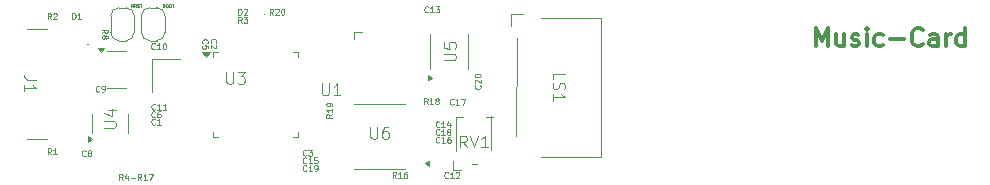
<source format=gbr>
%TF.GenerationSoftware,KiCad,Pcbnew,9.0.3*%
%TF.CreationDate,2025-09-06T00:14:13-07:00*%
%TF.ProjectId,business_card,62757369-6e65-4737-935f-636172642e6b,1.0*%
%TF.SameCoordinates,Original*%
%TF.FileFunction,Legend,Top*%
%TF.FilePolarity,Positive*%
%FSLAX46Y46*%
G04 Gerber Fmt 4.6, Leading zero omitted, Abs format (unit mm)*
G04 Created by KiCad (PCBNEW 9.0.3) date 2025-09-06 00:14:13*
%MOMM*%
%LPD*%
G01*
G04 APERTURE LIST*
%ADD10C,0.050000*%
%ADD11C,0.300000*%
%ADD12C,0.100000*%
%ADD13C,0.120000*%
G04 APERTURE END LIST*
D10*
X188417417Y-68516804D02*
X188417417Y-68266804D01*
X188417417Y-68266804D02*
X188560274Y-68516804D01*
X188560274Y-68516804D02*
X188560274Y-68266804D01*
X188822179Y-68516804D02*
X188738846Y-68397757D01*
X188679322Y-68516804D02*
X188679322Y-68266804D01*
X188679322Y-68266804D02*
X188774560Y-68266804D01*
X188774560Y-68266804D02*
X188798370Y-68278709D01*
X188798370Y-68278709D02*
X188810275Y-68290614D01*
X188810275Y-68290614D02*
X188822179Y-68314423D01*
X188822179Y-68314423D02*
X188822179Y-68350138D01*
X188822179Y-68350138D02*
X188810275Y-68373947D01*
X188810275Y-68373947D02*
X188798370Y-68385852D01*
X188798370Y-68385852D02*
X188774560Y-68397757D01*
X188774560Y-68397757D02*
X188679322Y-68397757D01*
X188917418Y-68504900D02*
X188953132Y-68516804D01*
X188953132Y-68516804D02*
X189012656Y-68516804D01*
X189012656Y-68516804D02*
X189036465Y-68504900D01*
X189036465Y-68504900D02*
X189048370Y-68492995D01*
X189048370Y-68492995D02*
X189060275Y-68469185D01*
X189060275Y-68469185D02*
X189060275Y-68445376D01*
X189060275Y-68445376D02*
X189048370Y-68421566D01*
X189048370Y-68421566D02*
X189036465Y-68409661D01*
X189036465Y-68409661D02*
X189012656Y-68397757D01*
X189012656Y-68397757D02*
X188965037Y-68385852D01*
X188965037Y-68385852D02*
X188941227Y-68373947D01*
X188941227Y-68373947D02*
X188929322Y-68362042D01*
X188929322Y-68362042D02*
X188917418Y-68338233D01*
X188917418Y-68338233D02*
X188917418Y-68314423D01*
X188917418Y-68314423D02*
X188929322Y-68290614D01*
X188929322Y-68290614D02*
X188941227Y-68278709D01*
X188941227Y-68278709D02*
X188965037Y-68266804D01*
X188965037Y-68266804D02*
X189024560Y-68266804D01*
X189024560Y-68266804D02*
X189060275Y-68278709D01*
X189131703Y-68266804D02*
X189274560Y-68266804D01*
X189203132Y-68516804D02*
X189203132Y-68266804D01*
D11*
X246404510Y-71825828D02*
X246404510Y-70325828D01*
X246404510Y-70325828D02*
X246904510Y-71397257D01*
X246904510Y-71397257D02*
X247404510Y-70325828D01*
X247404510Y-70325828D02*
X247404510Y-71825828D01*
X248761654Y-70825828D02*
X248761654Y-71825828D01*
X248118796Y-70825828D02*
X248118796Y-71611542D01*
X248118796Y-71611542D02*
X248190225Y-71754400D01*
X248190225Y-71754400D02*
X248333082Y-71825828D01*
X248333082Y-71825828D02*
X248547368Y-71825828D01*
X248547368Y-71825828D02*
X248690225Y-71754400D01*
X248690225Y-71754400D02*
X248761654Y-71682971D01*
X249404511Y-71754400D02*
X249547368Y-71825828D01*
X249547368Y-71825828D02*
X249833082Y-71825828D01*
X249833082Y-71825828D02*
X249975939Y-71754400D01*
X249975939Y-71754400D02*
X250047368Y-71611542D01*
X250047368Y-71611542D02*
X250047368Y-71540114D01*
X250047368Y-71540114D02*
X249975939Y-71397257D01*
X249975939Y-71397257D02*
X249833082Y-71325828D01*
X249833082Y-71325828D02*
X249618797Y-71325828D01*
X249618797Y-71325828D02*
X249475939Y-71254400D01*
X249475939Y-71254400D02*
X249404511Y-71111542D01*
X249404511Y-71111542D02*
X249404511Y-71040114D01*
X249404511Y-71040114D02*
X249475939Y-70897257D01*
X249475939Y-70897257D02*
X249618797Y-70825828D01*
X249618797Y-70825828D02*
X249833082Y-70825828D01*
X249833082Y-70825828D02*
X249975939Y-70897257D01*
X250690225Y-71825828D02*
X250690225Y-70825828D01*
X250690225Y-70325828D02*
X250618797Y-70397257D01*
X250618797Y-70397257D02*
X250690225Y-70468685D01*
X250690225Y-70468685D02*
X250761654Y-70397257D01*
X250761654Y-70397257D02*
X250690225Y-70325828D01*
X250690225Y-70325828D02*
X250690225Y-70468685D01*
X252047369Y-71754400D02*
X251904511Y-71825828D01*
X251904511Y-71825828D02*
X251618797Y-71825828D01*
X251618797Y-71825828D02*
X251475940Y-71754400D01*
X251475940Y-71754400D02*
X251404511Y-71682971D01*
X251404511Y-71682971D02*
X251333083Y-71540114D01*
X251333083Y-71540114D02*
X251333083Y-71111542D01*
X251333083Y-71111542D02*
X251404511Y-70968685D01*
X251404511Y-70968685D02*
X251475940Y-70897257D01*
X251475940Y-70897257D02*
X251618797Y-70825828D01*
X251618797Y-70825828D02*
X251904511Y-70825828D01*
X251904511Y-70825828D02*
X252047369Y-70897257D01*
X252690225Y-71254400D02*
X253833083Y-71254400D01*
X255404511Y-71682971D02*
X255333083Y-71754400D01*
X255333083Y-71754400D02*
X255118797Y-71825828D01*
X255118797Y-71825828D02*
X254975940Y-71825828D01*
X254975940Y-71825828D02*
X254761654Y-71754400D01*
X254761654Y-71754400D02*
X254618797Y-71611542D01*
X254618797Y-71611542D02*
X254547368Y-71468685D01*
X254547368Y-71468685D02*
X254475940Y-71182971D01*
X254475940Y-71182971D02*
X254475940Y-70968685D01*
X254475940Y-70968685D02*
X254547368Y-70682971D01*
X254547368Y-70682971D02*
X254618797Y-70540114D01*
X254618797Y-70540114D02*
X254761654Y-70397257D01*
X254761654Y-70397257D02*
X254975940Y-70325828D01*
X254975940Y-70325828D02*
X255118797Y-70325828D01*
X255118797Y-70325828D02*
X255333083Y-70397257D01*
X255333083Y-70397257D02*
X255404511Y-70468685D01*
X256690226Y-71825828D02*
X256690226Y-71040114D01*
X256690226Y-71040114D02*
X256618797Y-70897257D01*
X256618797Y-70897257D02*
X256475940Y-70825828D01*
X256475940Y-70825828D02*
X256190226Y-70825828D01*
X256190226Y-70825828D02*
X256047368Y-70897257D01*
X256690226Y-71754400D02*
X256547368Y-71825828D01*
X256547368Y-71825828D02*
X256190226Y-71825828D01*
X256190226Y-71825828D02*
X256047368Y-71754400D01*
X256047368Y-71754400D02*
X255975940Y-71611542D01*
X255975940Y-71611542D02*
X255975940Y-71468685D01*
X255975940Y-71468685D02*
X256047368Y-71325828D01*
X256047368Y-71325828D02*
X256190226Y-71254400D01*
X256190226Y-71254400D02*
X256547368Y-71254400D01*
X256547368Y-71254400D02*
X256690226Y-71182971D01*
X257404511Y-71825828D02*
X257404511Y-70825828D01*
X257404511Y-71111542D02*
X257475940Y-70968685D01*
X257475940Y-70968685D02*
X257547369Y-70897257D01*
X257547369Y-70897257D02*
X257690226Y-70825828D01*
X257690226Y-70825828D02*
X257833083Y-70825828D01*
X258975940Y-71825828D02*
X258975940Y-70325828D01*
X258975940Y-71754400D02*
X258833082Y-71825828D01*
X258833082Y-71825828D02*
X258547368Y-71825828D01*
X258547368Y-71825828D02*
X258404511Y-71754400D01*
X258404511Y-71754400D02*
X258333082Y-71682971D01*
X258333082Y-71682971D02*
X258261654Y-71540114D01*
X258261654Y-71540114D02*
X258261654Y-71111542D01*
X258261654Y-71111542D02*
X258333082Y-70968685D01*
X258333082Y-70968685D02*
X258404511Y-70897257D01*
X258404511Y-70897257D02*
X258547368Y-70825828D01*
X258547368Y-70825828D02*
X258833082Y-70825828D01*
X258833082Y-70825828D02*
X258975940Y-70897257D01*
D12*
X187670550Y-83158609D02*
X187503884Y-82920514D01*
X187384836Y-83158609D02*
X187384836Y-82658609D01*
X187384836Y-82658609D02*
X187575312Y-82658609D01*
X187575312Y-82658609D02*
X187622931Y-82682419D01*
X187622931Y-82682419D02*
X187646741Y-82706228D01*
X187646741Y-82706228D02*
X187670550Y-82753847D01*
X187670550Y-82753847D02*
X187670550Y-82825276D01*
X187670550Y-82825276D02*
X187646741Y-82872895D01*
X187646741Y-82872895D02*
X187622931Y-82896704D01*
X187622931Y-82896704D02*
X187575312Y-82920514D01*
X187575312Y-82920514D02*
X187384836Y-82920514D01*
X188099122Y-82825276D02*
X188099122Y-83158609D01*
X187980074Y-82634800D02*
X187861027Y-82991942D01*
X187861027Y-82991942D02*
X188170550Y-82991942D01*
X188361026Y-82968133D02*
X188741979Y-82968133D01*
X189265788Y-83158609D02*
X189099122Y-82920514D01*
X188980074Y-83158609D02*
X188980074Y-82658609D01*
X188980074Y-82658609D02*
X189170550Y-82658609D01*
X189170550Y-82658609D02*
X189218169Y-82682419D01*
X189218169Y-82682419D02*
X189241979Y-82706228D01*
X189241979Y-82706228D02*
X189265788Y-82753847D01*
X189265788Y-82753847D02*
X189265788Y-82825276D01*
X189265788Y-82825276D02*
X189241979Y-82872895D01*
X189241979Y-82872895D02*
X189218169Y-82896704D01*
X189218169Y-82896704D02*
X189170550Y-82920514D01*
X189170550Y-82920514D02*
X188980074Y-82920514D01*
X189741979Y-83158609D02*
X189456265Y-83158609D01*
X189599122Y-83158609D02*
X189599122Y-82658609D01*
X189599122Y-82658609D02*
X189551503Y-82730038D01*
X189551503Y-82730038D02*
X189503884Y-82777657D01*
X189503884Y-82777657D02*
X189456265Y-82801466D01*
X189908645Y-82658609D02*
X190241978Y-82658609D01*
X190241978Y-82658609D02*
X190027693Y-83158609D01*
D10*
X191175751Y-68385852D02*
X191211465Y-68397757D01*
X191211465Y-68397757D02*
X191223370Y-68409661D01*
X191223370Y-68409661D02*
X191235274Y-68433471D01*
X191235274Y-68433471D02*
X191235274Y-68469185D01*
X191235274Y-68469185D02*
X191223370Y-68492995D01*
X191223370Y-68492995D02*
X191211465Y-68504900D01*
X191211465Y-68504900D02*
X191187655Y-68516804D01*
X191187655Y-68516804D02*
X191092417Y-68516804D01*
X191092417Y-68516804D02*
X191092417Y-68266804D01*
X191092417Y-68266804D02*
X191175751Y-68266804D01*
X191175751Y-68266804D02*
X191199560Y-68278709D01*
X191199560Y-68278709D02*
X191211465Y-68290614D01*
X191211465Y-68290614D02*
X191223370Y-68314423D01*
X191223370Y-68314423D02*
X191223370Y-68338233D01*
X191223370Y-68338233D02*
X191211465Y-68362042D01*
X191211465Y-68362042D02*
X191199560Y-68373947D01*
X191199560Y-68373947D02*
X191175751Y-68385852D01*
X191175751Y-68385852D02*
X191092417Y-68385852D01*
X191390036Y-68266804D02*
X191437655Y-68266804D01*
X191437655Y-68266804D02*
X191461465Y-68278709D01*
X191461465Y-68278709D02*
X191485274Y-68302519D01*
X191485274Y-68302519D02*
X191497179Y-68350138D01*
X191497179Y-68350138D02*
X191497179Y-68433471D01*
X191497179Y-68433471D02*
X191485274Y-68481090D01*
X191485274Y-68481090D02*
X191461465Y-68504900D01*
X191461465Y-68504900D02*
X191437655Y-68516804D01*
X191437655Y-68516804D02*
X191390036Y-68516804D01*
X191390036Y-68516804D02*
X191366227Y-68504900D01*
X191366227Y-68504900D02*
X191342417Y-68481090D01*
X191342417Y-68481090D02*
X191330513Y-68433471D01*
X191330513Y-68433471D02*
X191330513Y-68350138D01*
X191330513Y-68350138D02*
X191342417Y-68302519D01*
X191342417Y-68302519D02*
X191366227Y-68278709D01*
X191366227Y-68278709D02*
X191390036Y-68266804D01*
X191651941Y-68266804D02*
X191699560Y-68266804D01*
X191699560Y-68266804D02*
X191723370Y-68278709D01*
X191723370Y-68278709D02*
X191747179Y-68302519D01*
X191747179Y-68302519D02*
X191759084Y-68350138D01*
X191759084Y-68350138D02*
X191759084Y-68433471D01*
X191759084Y-68433471D02*
X191747179Y-68481090D01*
X191747179Y-68481090D02*
X191723370Y-68504900D01*
X191723370Y-68504900D02*
X191699560Y-68516804D01*
X191699560Y-68516804D02*
X191651941Y-68516804D01*
X191651941Y-68516804D02*
X191628132Y-68504900D01*
X191628132Y-68504900D02*
X191604322Y-68481090D01*
X191604322Y-68481090D02*
X191592418Y-68433471D01*
X191592418Y-68433471D02*
X191592418Y-68350138D01*
X191592418Y-68350138D02*
X191604322Y-68302519D01*
X191604322Y-68302519D02*
X191628132Y-68278709D01*
X191628132Y-68278709D02*
X191651941Y-68266804D01*
X191830513Y-68266804D02*
X191973370Y-68266804D01*
X191901942Y-68516804D02*
X191901942Y-68266804D01*
D12*
X196463095Y-74007419D02*
X196463095Y-74816942D01*
X196463095Y-74816942D02*
X196510714Y-74912180D01*
X196510714Y-74912180D02*
X196558333Y-74959800D01*
X196558333Y-74959800D02*
X196653571Y-75007419D01*
X196653571Y-75007419D02*
X196844047Y-75007419D01*
X196844047Y-75007419D02*
X196939285Y-74959800D01*
X196939285Y-74959800D02*
X196986904Y-74912180D01*
X196986904Y-74912180D02*
X197034523Y-74816942D01*
X197034523Y-74816942D02*
X197034523Y-74007419D01*
X197415476Y-74007419D02*
X198034523Y-74007419D01*
X198034523Y-74007419D02*
X197701190Y-74388371D01*
X197701190Y-74388371D02*
X197844047Y-74388371D01*
X197844047Y-74388371D02*
X197939285Y-74435990D01*
X197939285Y-74435990D02*
X197986904Y-74483609D01*
X197986904Y-74483609D02*
X198034523Y-74578847D01*
X198034523Y-74578847D02*
X198034523Y-74816942D01*
X198034523Y-74816942D02*
X197986904Y-74912180D01*
X197986904Y-74912180D02*
X197939285Y-74959800D01*
X197939285Y-74959800D02*
X197844047Y-75007419D01*
X197844047Y-75007419D02*
X197558333Y-75007419D01*
X197558333Y-75007419D02*
X197463095Y-74959800D01*
X197463095Y-74959800D02*
X197415476Y-74912180D01*
X216804761Y-80407419D02*
X216471428Y-79931228D01*
X216233333Y-80407419D02*
X216233333Y-79407419D01*
X216233333Y-79407419D02*
X216614285Y-79407419D01*
X216614285Y-79407419D02*
X216709523Y-79455038D01*
X216709523Y-79455038D02*
X216757142Y-79502657D01*
X216757142Y-79502657D02*
X216804761Y-79597895D01*
X216804761Y-79597895D02*
X216804761Y-79740752D01*
X216804761Y-79740752D02*
X216757142Y-79835990D01*
X216757142Y-79835990D02*
X216709523Y-79883609D01*
X216709523Y-79883609D02*
X216614285Y-79931228D01*
X216614285Y-79931228D02*
X216233333Y-79931228D01*
X217090476Y-79407419D02*
X217423809Y-80407419D01*
X217423809Y-80407419D02*
X217757142Y-79407419D01*
X218614285Y-80407419D02*
X218042857Y-80407419D01*
X218328571Y-80407419D02*
X218328571Y-79407419D01*
X218328571Y-79407419D02*
X218233333Y-79550276D01*
X218233333Y-79550276D02*
X218138095Y-79645514D01*
X218138095Y-79645514D02*
X218042857Y-79693133D01*
X180342580Y-74666666D02*
X179628295Y-74666666D01*
X179628295Y-74666666D02*
X179485438Y-74619047D01*
X179485438Y-74619047D02*
X179390200Y-74523809D01*
X179390200Y-74523809D02*
X179342580Y-74380952D01*
X179342580Y-74380952D02*
X179342580Y-74285714D01*
X179342580Y-75666666D02*
X179342580Y-75095238D01*
X179342580Y-75380952D02*
X180342580Y-75380952D01*
X180342580Y-75380952D02*
X180199723Y-75285714D01*
X180199723Y-75285714D02*
X180104485Y-75190476D01*
X180104485Y-75190476D02*
X180056866Y-75095238D01*
X224107580Y-74619642D02*
X224107580Y-74143452D01*
X224107580Y-74143452D02*
X225107580Y-74143452D01*
X224155200Y-74905357D02*
X224107580Y-75048214D01*
X224107580Y-75048214D02*
X224107580Y-75286309D01*
X224107580Y-75286309D02*
X224155200Y-75381547D01*
X224155200Y-75381547D02*
X224202819Y-75429166D01*
X224202819Y-75429166D02*
X224298057Y-75476785D01*
X224298057Y-75476785D02*
X224393295Y-75476785D01*
X224393295Y-75476785D02*
X224488533Y-75429166D01*
X224488533Y-75429166D02*
X224536152Y-75381547D01*
X224536152Y-75381547D02*
X224583771Y-75286309D01*
X224583771Y-75286309D02*
X224631390Y-75095833D01*
X224631390Y-75095833D02*
X224679009Y-75000595D01*
X224679009Y-75000595D02*
X224726628Y-74952976D01*
X224726628Y-74952976D02*
X224821866Y-74905357D01*
X224821866Y-74905357D02*
X224917104Y-74905357D01*
X224917104Y-74905357D02*
X225012342Y-74952976D01*
X225012342Y-74952976D02*
X225059961Y-75000595D01*
X225059961Y-75000595D02*
X225107580Y-75095833D01*
X225107580Y-75095833D02*
X225107580Y-75333928D01*
X225107580Y-75333928D02*
X225059961Y-75476785D01*
X224107580Y-76429166D02*
X224107580Y-75857738D01*
X224107580Y-76143452D02*
X225107580Y-76143452D01*
X225107580Y-76143452D02*
X224964723Y-76048214D01*
X224964723Y-76048214D02*
X224869485Y-75952976D01*
X224869485Y-75952976D02*
X224821866Y-75857738D01*
X217953490Y-75146428D02*
X217977300Y-75170237D01*
X217977300Y-75170237D02*
X218001109Y-75241666D01*
X218001109Y-75241666D02*
X218001109Y-75289285D01*
X218001109Y-75289285D02*
X217977300Y-75360713D01*
X217977300Y-75360713D02*
X217929680Y-75408332D01*
X217929680Y-75408332D02*
X217882061Y-75432142D01*
X217882061Y-75432142D02*
X217786823Y-75455951D01*
X217786823Y-75455951D02*
X217715395Y-75455951D01*
X217715395Y-75455951D02*
X217620157Y-75432142D01*
X217620157Y-75432142D02*
X217572538Y-75408332D01*
X217572538Y-75408332D02*
X217524919Y-75360713D01*
X217524919Y-75360713D02*
X217501109Y-75289285D01*
X217501109Y-75289285D02*
X217501109Y-75241666D01*
X217501109Y-75241666D02*
X217524919Y-75170237D01*
X217524919Y-75170237D02*
X217548728Y-75146428D01*
X217548728Y-74955951D02*
X217524919Y-74932142D01*
X217524919Y-74932142D02*
X217501109Y-74884523D01*
X217501109Y-74884523D02*
X217501109Y-74765475D01*
X217501109Y-74765475D02*
X217524919Y-74717856D01*
X217524919Y-74717856D02*
X217548728Y-74694047D01*
X217548728Y-74694047D02*
X217596347Y-74670237D01*
X217596347Y-74670237D02*
X217643966Y-74670237D01*
X217643966Y-74670237D02*
X217715395Y-74694047D01*
X217715395Y-74694047D02*
X218001109Y-74979761D01*
X218001109Y-74979761D02*
X218001109Y-74670237D01*
X217501109Y-74360714D02*
X217501109Y-74313095D01*
X217501109Y-74313095D02*
X217524919Y-74265476D01*
X217524919Y-74265476D02*
X217548728Y-74241666D01*
X217548728Y-74241666D02*
X217596347Y-74217857D01*
X217596347Y-74217857D02*
X217691585Y-74194047D01*
X217691585Y-74194047D02*
X217810633Y-74194047D01*
X217810633Y-74194047D02*
X217905871Y-74217857D01*
X217905871Y-74217857D02*
X217953490Y-74241666D01*
X217953490Y-74241666D02*
X217977300Y-74265476D01*
X217977300Y-74265476D02*
X218001109Y-74313095D01*
X218001109Y-74313095D02*
X218001109Y-74360714D01*
X218001109Y-74360714D02*
X217977300Y-74408333D01*
X217977300Y-74408333D02*
X217953490Y-74432142D01*
X217953490Y-74432142D02*
X217905871Y-74455952D01*
X217905871Y-74455952D02*
X217810633Y-74479761D01*
X217810633Y-74479761D02*
X217691585Y-74479761D01*
X217691585Y-74479761D02*
X217596347Y-74455952D01*
X217596347Y-74455952D02*
X217548728Y-74432142D01*
X217548728Y-74432142D02*
X217524919Y-74408333D01*
X217524919Y-74408333D02*
X217501109Y-74360714D01*
X214503571Y-79953490D02*
X214479762Y-79977300D01*
X214479762Y-79977300D02*
X214408333Y-80001109D01*
X214408333Y-80001109D02*
X214360714Y-80001109D01*
X214360714Y-80001109D02*
X214289286Y-79977300D01*
X214289286Y-79977300D02*
X214241667Y-79929680D01*
X214241667Y-79929680D02*
X214217857Y-79882061D01*
X214217857Y-79882061D02*
X214194048Y-79786823D01*
X214194048Y-79786823D02*
X214194048Y-79715395D01*
X214194048Y-79715395D02*
X214217857Y-79620157D01*
X214217857Y-79620157D02*
X214241667Y-79572538D01*
X214241667Y-79572538D02*
X214289286Y-79524919D01*
X214289286Y-79524919D02*
X214360714Y-79501109D01*
X214360714Y-79501109D02*
X214408333Y-79501109D01*
X214408333Y-79501109D02*
X214479762Y-79524919D01*
X214479762Y-79524919D02*
X214503571Y-79548728D01*
X214979762Y-80001109D02*
X214694048Y-80001109D01*
X214836905Y-80001109D02*
X214836905Y-79501109D01*
X214836905Y-79501109D02*
X214789286Y-79572538D01*
X214789286Y-79572538D02*
X214741667Y-79620157D01*
X214741667Y-79620157D02*
X214694048Y-79643966D01*
X215408333Y-79501109D02*
X215313095Y-79501109D01*
X215313095Y-79501109D02*
X215265476Y-79524919D01*
X215265476Y-79524919D02*
X215241666Y-79548728D01*
X215241666Y-79548728D02*
X215194047Y-79620157D01*
X215194047Y-79620157D02*
X215170238Y-79715395D01*
X215170238Y-79715395D02*
X215170238Y-79905871D01*
X215170238Y-79905871D02*
X215194047Y-79953490D01*
X215194047Y-79953490D02*
X215217857Y-79977300D01*
X215217857Y-79977300D02*
X215265476Y-80001109D01*
X215265476Y-80001109D02*
X215360714Y-80001109D01*
X215360714Y-80001109D02*
X215408333Y-79977300D01*
X215408333Y-79977300D02*
X215432142Y-79953490D01*
X215432142Y-79953490D02*
X215455952Y-79905871D01*
X215455952Y-79905871D02*
X215455952Y-79786823D01*
X215455952Y-79786823D02*
X215432142Y-79739204D01*
X215432142Y-79739204D02*
X215408333Y-79715395D01*
X215408333Y-79715395D02*
X215360714Y-79691585D01*
X215360714Y-79691585D02*
X215265476Y-79691585D01*
X215265476Y-79691585D02*
X215217857Y-79715395D01*
X215217857Y-79715395D02*
X215194047Y-79739204D01*
X215194047Y-79739204D02*
X215170238Y-79786823D01*
X186107419Y-78736904D02*
X186916942Y-78736904D01*
X186916942Y-78736904D02*
X187012180Y-78689285D01*
X187012180Y-78689285D02*
X187059800Y-78641666D01*
X187059800Y-78641666D02*
X187107419Y-78546428D01*
X187107419Y-78546428D02*
X187107419Y-78355952D01*
X187107419Y-78355952D02*
X187059800Y-78260714D01*
X187059800Y-78260714D02*
X187012180Y-78213095D01*
X187012180Y-78213095D02*
X186916942Y-78165476D01*
X186916942Y-78165476D02*
X186107419Y-78165476D01*
X186440752Y-77260714D02*
X187107419Y-77260714D01*
X186059800Y-77498809D02*
X186774085Y-77736904D01*
X186774085Y-77736904D02*
X186774085Y-77117857D01*
X214478571Y-79303490D02*
X214454762Y-79327300D01*
X214454762Y-79327300D02*
X214383333Y-79351109D01*
X214383333Y-79351109D02*
X214335714Y-79351109D01*
X214335714Y-79351109D02*
X214264286Y-79327300D01*
X214264286Y-79327300D02*
X214216667Y-79279680D01*
X214216667Y-79279680D02*
X214192857Y-79232061D01*
X214192857Y-79232061D02*
X214169048Y-79136823D01*
X214169048Y-79136823D02*
X214169048Y-79065395D01*
X214169048Y-79065395D02*
X214192857Y-78970157D01*
X214192857Y-78970157D02*
X214216667Y-78922538D01*
X214216667Y-78922538D02*
X214264286Y-78874919D01*
X214264286Y-78874919D02*
X214335714Y-78851109D01*
X214335714Y-78851109D02*
X214383333Y-78851109D01*
X214383333Y-78851109D02*
X214454762Y-78874919D01*
X214454762Y-78874919D02*
X214478571Y-78898728D01*
X214954762Y-79351109D02*
X214669048Y-79351109D01*
X214811905Y-79351109D02*
X214811905Y-78851109D01*
X214811905Y-78851109D02*
X214764286Y-78922538D01*
X214764286Y-78922538D02*
X214716667Y-78970157D01*
X214716667Y-78970157D02*
X214669048Y-78993966D01*
X215240476Y-79065395D02*
X215192857Y-79041585D01*
X215192857Y-79041585D02*
X215169047Y-79017776D01*
X215169047Y-79017776D02*
X215145238Y-78970157D01*
X215145238Y-78970157D02*
X215145238Y-78946347D01*
X215145238Y-78946347D02*
X215169047Y-78898728D01*
X215169047Y-78898728D02*
X215192857Y-78874919D01*
X215192857Y-78874919D02*
X215240476Y-78851109D01*
X215240476Y-78851109D02*
X215335714Y-78851109D01*
X215335714Y-78851109D02*
X215383333Y-78874919D01*
X215383333Y-78874919D02*
X215407142Y-78898728D01*
X215407142Y-78898728D02*
X215430952Y-78946347D01*
X215430952Y-78946347D02*
X215430952Y-78970157D01*
X215430952Y-78970157D02*
X215407142Y-79017776D01*
X215407142Y-79017776D02*
X215383333Y-79041585D01*
X215383333Y-79041585D02*
X215335714Y-79065395D01*
X215335714Y-79065395D02*
X215240476Y-79065395D01*
X215240476Y-79065395D02*
X215192857Y-79089204D01*
X215192857Y-79089204D02*
X215169047Y-79113014D01*
X215169047Y-79113014D02*
X215145238Y-79160633D01*
X215145238Y-79160633D02*
X215145238Y-79255871D01*
X215145238Y-79255871D02*
X215169047Y-79303490D01*
X215169047Y-79303490D02*
X215192857Y-79327300D01*
X215192857Y-79327300D02*
X215240476Y-79351109D01*
X215240476Y-79351109D02*
X215335714Y-79351109D01*
X215335714Y-79351109D02*
X215383333Y-79327300D01*
X215383333Y-79327300D02*
X215407142Y-79303490D01*
X215407142Y-79303490D02*
X215430952Y-79255871D01*
X215430952Y-79255871D02*
X215430952Y-79160633D01*
X215430952Y-79160633D02*
X215407142Y-79113014D01*
X215407142Y-79113014D02*
X215383333Y-79089204D01*
X215383333Y-79089204D02*
X215335714Y-79065395D01*
X200428571Y-69151109D02*
X200261905Y-68913014D01*
X200142857Y-69151109D02*
X200142857Y-68651109D01*
X200142857Y-68651109D02*
X200333333Y-68651109D01*
X200333333Y-68651109D02*
X200380952Y-68674919D01*
X200380952Y-68674919D02*
X200404762Y-68698728D01*
X200404762Y-68698728D02*
X200428571Y-68746347D01*
X200428571Y-68746347D02*
X200428571Y-68817776D01*
X200428571Y-68817776D02*
X200404762Y-68865395D01*
X200404762Y-68865395D02*
X200380952Y-68889204D01*
X200380952Y-68889204D02*
X200333333Y-68913014D01*
X200333333Y-68913014D02*
X200142857Y-68913014D01*
X200619048Y-68698728D02*
X200642857Y-68674919D01*
X200642857Y-68674919D02*
X200690476Y-68651109D01*
X200690476Y-68651109D02*
X200809524Y-68651109D01*
X200809524Y-68651109D02*
X200857143Y-68674919D01*
X200857143Y-68674919D02*
X200880952Y-68698728D01*
X200880952Y-68698728D02*
X200904762Y-68746347D01*
X200904762Y-68746347D02*
X200904762Y-68793966D01*
X200904762Y-68793966D02*
X200880952Y-68865395D01*
X200880952Y-68865395D02*
X200595238Y-69151109D01*
X200595238Y-69151109D02*
X200904762Y-69151109D01*
X201214285Y-68651109D02*
X201261904Y-68651109D01*
X201261904Y-68651109D02*
X201309523Y-68674919D01*
X201309523Y-68674919D02*
X201333333Y-68698728D01*
X201333333Y-68698728D02*
X201357142Y-68746347D01*
X201357142Y-68746347D02*
X201380952Y-68841585D01*
X201380952Y-68841585D02*
X201380952Y-68960633D01*
X201380952Y-68960633D02*
X201357142Y-69055871D01*
X201357142Y-69055871D02*
X201333333Y-69103490D01*
X201333333Y-69103490D02*
X201309523Y-69127300D01*
X201309523Y-69127300D02*
X201261904Y-69151109D01*
X201261904Y-69151109D02*
X201214285Y-69151109D01*
X201214285Y-69151109D02*
X201166666Y-69127300D01*
X201166666Y-69127300D02*
X201142857Y-69103490D01*
X201142857Y-69103490D02*
X201119047Y-69055871D01*
X201119047Y-69055871D02*
X201095238Y-68960633D01*
X201095238Y-68960633D02*
X201095238Y-68841585D01*
X201095238Y-68841585D02*
X201119047Y-68746347D01*
X201119047Y-68746347D02*
X201142857Y-68698728D01*
X201142857Y-68698728D02*
X201166666Y-68674919D01*
X201166666Y-68674919D02*
X201214285Y-68651109D01*
X184539166Y-81090990D02*
X184515357Y-81114800D01*
X184515357Y-81114800D02*
X184443928Y-81138609D01*
X184443928Y-81138609D02*
X184396309Y-81138609D01*
X184396309Y-81138609D02*
X184324881Y-81114800D01*
X184324881Y-81114800D02*
X184277262Y-81067180D01*
X184277262Y-81067180D02*
X184253452Y-81019561D01*
X184253452Y-81019561D02*
X184229643Y-80924323D01*
X184229643Y-80924323D02*
X184229643Y-80852895D01*
X184229643Y-80852895D02*
X184253452Y-80757657D01*
X184253452Y-80757657D02*
X184277262Y-80710038D01*
X184277262Y-80710038D02*
X184324881Y-80662419D01*
X184324881Y-80662419D02*
X184396309Y-80638609D01*
X184396309Y-80638609D02*
X184443928Y-80638609D01*
X184443928Y-80638609D02*
X184515357Y-80662419D01*
X184515357Y-80662419D02*
X184539166Y-80686228D01*
X184824881Y-80852895D02*
X184777262Y-80829085D01*
X184777262Y-80829085D02*
X184753452Y-80805276D01*
X184753452Y-80805276D02*
X184729643Y-80757657D01*
X184729643Y-80757657D02*
X184729643Y-80733847D01*
X184729643Y-80733847D02*
X184753452Y-80686228D01*
X184753452Y-80686228D02*
X184777262Y-80662419D01*
X184777262Y-80662419D02*
X184824881Y-80638609D01*
X184824881Y-80638609D02*
X184920119Y-80638609D01*
X184920119Y-80638609D02*
X184967738Y-80662419D01*
X184967738Y-80662419D02*
X184991547Y-80686228D01*
X184991547Y-80686228D02*
X185015357Y-80733847D01*
X185015357Y-80733847D02*
X185015357Y-80757657D01*
X185015357Y-80757657D02*
X184991547Y-80805276D01*
X184991547Y-80805276D02*
X184967738Y-80829085D01*
X184967738Y-80829085D02*
X184920119Y-80852895D01*
X184920119Y-80852895D02*
X184824881Y-80852895D01*
X184824881Y-80852895D02*
X184777262Y-80876704D01*
X184777262Y-80876704D02*
X184753452Y-80900514D01*
X184753452Y-80900514D02*
X184729643Y-80948133D01*
X184729643Y-80948133D02*
X184729643Y-81043371D01*
X184729643Y-81043371D02*
X184753452Y-81090990D01*
X184753452Y-81090990D02*
X184777262Y-81114800D01*
X184777262Y-81114800D02*
X184824881Y-81138609D01*
X184824881Y-81138609D02*
X184920119Y-81138609D01*
X184920119Y-81138609D02*
X184967738Y-81114800D01*
X184967738Y-81114800D02*
X184991547Y-81090990D01*
X184991547Y-81090990D02*
X185015357Y-81043371D01*
X185015357Y-81043371D02*
X185015357Y-80948133D01*
X185015357Y-80948133D02*
X184991547Y-80900514D01*
X184991547Y-80900514D02*
X184967738Y-80876704D01*
X184967738Y-80876704D02*
X184920119Y-80852895D01*
X190416666Y-78428490D02*
X190392857Y-78452300D01*
X190392857Y-78452300D02*
X190321428Y-78476109D01*
X190321428Y-78476109D02*
X190273809Y-78476109D01*
X190273809Y-78476109D02*
X190202381Y-78452300D01*
X190202381Y-78452300D02*
X190154762Y-78404680D01*
X190154762Y-78404680D02*
X190130952Y-78357061D01*
X190130952Y-78357061D02*
X190107143Y-78261823D01*
X190107143Y-78261823D02*
X190107143Y-78190395D01*
X190107143Y-78190395D02*
X190130952Y-78095157D01*
X190130952Y-78095157D02*
X190154762Y-78047538D01*
X190154762Y-78047538D02*
X190202381Y-77999919D01*
X190202381Y-77999919D02*
X190273809Y-77976109D01*
X190273809Y-77976109D02*
X190321428Y-77976109D01*
X190321428Y-77976109D02*
X190392857Y-77999919D01*
X190392857Y-77999919D02*
X190416666Y-78023728D01*
X190892857Y-78476109D02*
X190607143Y-78476109D01*
X190750000Y-78476109D02*
X190750000Y-77976109D01*
X190750000Y-77976109D02*
X190702381Y-78047538D01*
X190702381Y-78047538D02*
X190654762Y-78095157D01*
X190654762Y-78095157D02*
X190607143Y-78118966D01*
X190428571Y-77153490D02*
X190404762Y-77177300D01*
X190404762Y-77177300D02*
X190333333Y-77201109D01*
X190333333Y-77201109D02*
X190285714Y-77201109D01*
X190285714Y-77201109D02*
X190214286Y-77177300D01*
X190214286Y-77177300D02*
X190166667Y-77129680D01*
X190166667Y-77129680D02*
X190142857Y-77082061D01*
X190142857Y-77082061D02*
X190119048Y-76986823D01*
X190119048Y-76986823D02*
X190119048Y-76915395D01*
X190119048Y-76915395D02*
X190142857Y-76820157D01*
X190142857Y-76820157D02*
X190166667Y-76772538D01*
X190166667Y-76772538D02*
X190214286Y-76724919D01*
X190214286Y-76724919D02*
X190285714Y-76701109D01*
X190285714Y-76701109D02*
X190333333Y-76701109D01*
X190333333Y-76701109D02*
X190404762Y-76724919D01*
X190404762Y-76724919D02*
X190428571Y-76748728D01*
X190904762Y-77201109D02*
X190619048Y-77201109D01*
X190761905Y-77201109D02*
X190761905Y-76701109D01*
X190761905Y-76701109D02*
X190714286Y-76772538D01*
X190714286Y-76772538D02*
X190666667Y-76820157D01*
X190666667Y-76820157D02*
X190619048Y-76843966D01*
X191380952Y-77201109D02*
X191095238Y-77201109D01*
X191238095Y-77201109D02*
X191238095Y-76701109D01*
X191238095Y-76701109D02*
X191190476Y-76772538D01*
X191190476Y-76772538D02*
X191142857Y-76820157D01*
X191142857Y-76820157D02*
X191095238Y-76843966D01*
X190416666Y-77803490D02*
X190392857Y-77827300D01*
X190392857Y-77827300D02*
X190321428Y-77851109D01*
X190321428Y-77851109D02*
X190273809Y-77851109D01*
X190273809Y-77851109D02*
X190202381Y-77827300D01*
X190202381Y-77827300D02*
X190154762Y-77779680D01*
X190154762Y-77779680D02*
X190130952Y-77732061D01*
X190130952Y-77732061D02*
X190107143Y-77636823D01*
X190107143Y-77636823D02*
X190107143Y-77565395D01*
X190107143Y-77565395D02*
X190130952Y-77470157D01*
X190130952Y-77470157D02*
X190154762Y-77422538D01*
X190154762Y-77422538D02*
X190202381Y-77374919D01*
X190202381Y-77374919D02*
X190273809Y-77351109D01*
X190273809Y-77351109D02*
X190321428Y-77351109D01*
X190321428Y-77351109D02*
X190392857Y-77374919D01*
X190392857Y-77374919D02*
X190416666Y-77398728D01*
X190845238Y-77351109D02*
X190750000Y-77351109D01*
X190750000Y-77351109D02*
X190702381Y-77374919D01*
X190702381Y-77374919D02*
X190678571Y-77398728D01*
X190678571Y-77398728D02*
X190630952Y-77470157D01*
X190630952Y-77470157D02*
X190607143Y-77565395D01*
X190607143Y-77565395D02*
X190607143Y-77755871D01*
X190607143Y-77755871D02*
X190630952Y-77803490D01*
X190630952Y-77803490D02*
X190654762Y-77827300D01*
X190654762Y-77827300D02*
X190702381Y-77851109D01*
X190702381Y-77851109D02*
X190797619Y-77851109D01*
X190797619Y-77851109D02*
X190845238Y-77827300D01*
X190845238Y-77827300D02*
X190869047Y-77803490D01*
X190869047Y-77803490D02*
X190892857Y-77755871D01*
X190892857Y-77755871D02*
X190892857Y-77636823D01*
X190892857Y-77636823D02*
X190869047Y-77589204D01*
X190869047Y-77589204D02*
X190845238Y-77565395D01*
X190845238Y-77565395D02*
X190797619Y-77541585D01*
X190797619Y-77541585D02*
X190702381Y-77541585D01*
X190702381Y-77541585D02*
X190654762Y-77565395D01*
X190654762Y-77565395D02*
X190630952Y-77589204D01*
X190630952Y-77589204D02*
X190607143Y-77636823D01*
X185691666Y-75628490D02*
X185667857Y-75652300D01*
X185667857Y-75652300D02*
X185596428Y-75676109D01*
X185596428Y-75676109D02*
X185548809Y-75676109D01*
X185548809Y-75676109D02*
X185477381Y-75652300D01*
X185477381Y-75652300D02*
X185429762Y-75604680D01*
X185429762Y-75604680D02*
X185405952Y-75557061D01*
X185405952Y-75557061D02*
X185382143Y-75461823D01*
X185382143Y-75461823D02*
X185382143Y-75390395D01*
X185382143Y-75390395D02*
X185405952Y-75295157D01*
X185405952Y-75295157D02*
X185429762Y-75247538D01*
X185429762Y-75247538D02*
X185477381Y-75199919D01*
X185477381Y-75199919D02*
X185548809Y-75176109D01*
X185548809Y-75176109D02*
X185596428Y-75176109D01*
X185596428Y-75176109D02*
X185667857Y-75199919D01*
X185667857Y-75199919D02*
X185691666Y-75223728D01*
X185929762Y-75676109D02*
X186025000Y-75676109D01*
X186025000Y-75676109D02*
X186072619Y-75652300D01*
X186072619Y-75652300D02*
X186096428Y-75628490D01*
X186096428Y-75628490D02*
X186144047Y-75557061D01*
X186144047Y-75557061D02*
X186167857Y-75461823D01*
X186167857Y-75461823D02*
X186167857Y-75271347D01*
X186167857Y-75271347D02*
X186144047Y-75223728D01*
X186144047Y-75223728D02*
X186120238Y-75199919D01*
X186120238Y-75199919D02*
X186072619Y-75176109D01*
X186072619Y-75176109D02*
X185977381Y-75176109D01*
X185977381Y-75176109D02*
X185929762Y-75199919D01*
X185929762Y-75199919D02*
X185905952Y-75223728D01*
X185905952Y-75223728D02*
X185882143Y-75271347D01*
X185882143Y-75271347D02*
X185882143Y-75390395D01*
X185882143Y-75390395D02*
X185905952Y-75438014D01*
X185905952Y-75438014D02*
X185929762Y-75461823D01*
X185929762Y-75461823D02*
X185977381Y-75485633D01*
X185977381Y-75485633D02*
X186072619Y-75485633D01*
X186072619Y-75485633D02*
X186120238Y-75461823D01*
X186120238Y-75461823D02*
X186144047Y-75438014D01*
X186144047Y-75438014D02*
X186167857Y-75390395D01*
X205426109Y-77596428D02*
X205188014Y-77763094D01*
X205426109Y-77882142D02*
X204926109Y-77882142D01*
X204926109Y-77882142D02*
X204926109Y-77691666D01*
X204926109Y-77691666D02*
X204949919Y-77644047D01*
X204949919Y-77644047D02*
X204973728Y-77620237D01*
X204973728Y-77620237D02*
X205021347Y-77596428D01*
X205021347Y-77596428D02*
X205092776Y-77596428D01*
X205092776Y-77596428D02*
X205140395Y-77620237D01*
X205140395Y-77620237D02*
X205164204Y-77644047D01*
X205164204Y-77644047D02*
X205188014Y-77691666D01*
X205188014Y-77691666D02*
X205188014Y-77882142D01*
X205426109Y-77120237D02*
X205426109Y-77405951D01*
X205426109Y-77263094D02*
X204926109Y-77263094D01*
X204926109Y-77263094D02*
X204997538Y-77310713D01*
X204997538Y-77310713D02*
X205045157Y-77358332D01*
X205045157Y-77358332D02*
X205068966Y-77405951D01*
X205426109Y-76882142D02*
X205426109Y-76786904D01*
X205426109Y-76786904D02*
X205402300Y-76739285D01*
X205402300Y-76739285D02*
X205378490Y-76715476D01*
X205378490Y-76715476D02*
X205307061Y-76667857D01*
X205307061Y-76667857D02*
X205211823Y-76644047D01*
X205211823Y-76644047D02*
X205021347Y-76644047D01*
X205021347Y-76644047D02*
X204973728Y-76667857D01*
X204973728Y-76667857D02*
X204949919Y-76691666D01*
X204949919Y-76691666D02*
X204926109Y-76739285D01*
X204926109Y-76739285D02*
X204926109Y-76834523D01*
X204926109Y-76834523D02*
X204949919Y-76882142D01*
X204949919Y-76882142D02*
X204973728Y-76905952D01*
X204973728Y-76905952D02*
X205021347Y-76929761D01*
X205021347Y-76929761D02*
X205140395Y-76929761D01*
X205140395Y-76929761D02*
X205188014Y-76905952D01*
X205188014Y-76905952D02*
X205211823Y-76882142D01*
X205211823Y-76882142D02*
X205235633Y-76834523D01*
X205235633Y-76834523D02*
X205235633Y-76739285D01*
X205235633Y-76739285D02*
X205211823Y-76691666D01*
X205211823Y-76691666D02*
X205188014Y-76667857D01*
X205188014Y-76667857D02*
X205140395Y-76644047D01*
X203228571Y-81703490D02*
X203204762Y-81727300D01*
X203204762Y-81727300D02*
X203133333Y-81751109D01*
X203133333Y-81751109D02*
X203085714Y-81751109D01*
X203085714Y-81751109D02*
X203014286Y-81727300D01*
X203014286Y-81727300D02*
X202966667Y-81679680D01*
X202966667Y-81679680D02*
X202942857Y-81632061D01*
X202942857Y-81632061D02*
X202919048Y-81536823D01*
X202919048Y-81536823D02*
X202919048Y-81465395D01*
X202919048Y-81465395D02*
X202942857Y-81370157D01*
X202942857Y-81370157D02*
X202966667Y-81322538D01*
X202966667Y-81322538D02*
X203014286Y-81274919D01*
X203014286Y-81274919D02*
X203085714Y-81251109D01*
X203085714Y-81251109D02*
X203133333Y-81251109D01*
X203133333Y-81251109D02*
X203204762Y-81274919D01*
X203204762Y-81274919D02*
X203228571Y-81298728D01*
X203704762Y-81751109D02*
X203419048Y-81751109D01*
X203561905Y-81751109D02*
X203561905Y-81251109D01*
X203561905Y-81251109D02*
X203514286Y-81322538D01*
X203514286Y-81322538D02*
X203466667Y-81370157D01*
X203466667Y-81370157D02*
X203419048Y-81393966D01*
X204157142Y-81251109D02*
X203919047Y-81251109D01*
X203919047Y-81251109D02*
X203895238Y-81489204D01*
X203895238Y-81489204D02*
X203919047Y-81465395D01*
X203919047Y-81465395D02*
X203966666Y-81441585D01*
X203966666Y-81441585D02*
X204085714Y-81441585D01*
X204085714Y-81441585D02*
X204133333Y-81465395D01*
X204133333Y-81465395D02*
X204157142Y-81489204D01*
X204157142Y-81489204D02*
X204180952Y-81536823D01*
X204180952Y-81536823D02*
X204180952Y-81655871D01*
X204180952Y-81655871D02*
X204157142Y-81703490D01*
X204157142Y-81703490D02*
X204133333Y-81727300D01*
X204133333Y-81727300D02*
X204085714Y-81751109D01*
X204085714Y-81751109D02*
X203966666Y-81751109D01*
X203966666Y-81751109D02*
X203919047Y-81727300D01*
X203919047Y-81727300D02*
X203895238Y-81703490D01*
X203241666Y-81053490D02*
X203217857Y-81077300D01*
X203217857Y-81077300D02*
X203146428Y-81101109D01*
X203146428Y-81101109D02*
X203098809Y-81101109D01*
X203098809Y-81101109D02*
X203027381Y-81077300D01*
X203027381Y-81077300D02*
X202979762Y-81029680D01*
X202979762Y-81029680D02*
X202955952Y-80982061D01*
X202955952Y-80982061D02*
X202932143Y-80886823D01*
X202932143Y-80886823D02*
X202932143Y-80815395D01*
X202932143Y-80815395D02*
X202955952Y-80720157D01*
X202955952Y-80720157D02*
X202979762Y-80672538D01*
X202979762Y-80672538D02*
X203027381Y-80624919D01*
X203027381Y-80624919D02*
X203098809Y-80601109D01*
X203098809Y-80601109D02*
X203146428Y-80601109D01*
X203146428Y-80601109D02*
X203217857Y-80624919D01*
X203217857Y-80624919D02*
X203241666Y-80648728D01*
X203408333Y-80601109D02*
X203717857Y-80601109D01*
X203717857Y-80601109D02*
X203551190Y-80791585D01*
X203551190Y-80791585D02*
X203622619Y-80791585D01*
X203622619Y-80791585D02*
X203670238Y-80815395D01*
X203670238Y-80815395D02*
X203694047Y-80839204D01*
X203694047Y-80839204D02*
X203717857Y-80886823D01*
X203717857Y-80886823D02*
X203717857Y-81005871D01*
X203717857Y-81005871D02*
X203694047Y-81053490D01*
X203694047Y-81053490D02*
X203670238Y-81077300D01*
X203670238Y-81077300D02*
X203622619Y-81101109D01*
X203622619Y-81101109D02*
X203479762Y-81101109D01*
X203479762Y-81101109D02*
X203432143Y-81077300D01*
X203432143Y-81077300D02*
X203408333Y-81053490D01*
X208655595Y-78659919D02*
X208655595Y-79469442D01*
X208655595Y-79469442D02*
X208703214Y-79564680D01*
X208703214Y-79564680D02*
X208750833Y-79612300D01*
X208750833Y-79612300D02*
X208846071Y-79659919D01*
X208846071Y-79659919D02*
X209036547Y-79659919D01*
X209036547Y-79659919D02*
X209131785Y-79612300D01*
X209131785Y-79612300D02*
X209179404Y-79564680D01*
X209179404Y-79564680D02*
X209227023Y-79469442D01*
X209227023Y-79469442D02*
X209227023Y-78659919D01*
X210131785Y-78659919D02*
X209941309Y-78659919D01*
X209941309Y-78659919D02*
X209846071Y-78707538D01*
X209846071Y-78707538D02*
X209798452Y-78755157D01*
X209798452Y-78755157D02*
X209703214Y-78898014D01*
X209703214Y-78898014D02*
X209655595Y-79088490D01*
X209655595Y-79088490D02*
X209655595Y-79469442D01*
X209655595Y-79469442D02*
X209703214Y-79564680D01*
X209703214Y-79564680D02*
X209750833Y-79612300D01*
X209750833Y-79612300D02*
X209846071Y-79659919D01*
X209846071Y-79659919D02*
X210036547Y-79659919D01*
X210036547Y-79659919D02*
X210131785Y-79612300D01*
X210131785Y-79612300D02*
X210179404Y-79564680D01*
X210179404Y-79564680D02*
X210227023Y-79469442D01*
X210227023Y-79469442D02*
X210227023Y-79231347D01*
X210227023Y-79231347D02*
X210179404Y-79136109D01*
X210179404Y-79136109D02*
X210131785Y-79088490D01*
X210131785Y-79088490D02*
X210036547Y-79040871D01*
X210036547Y-79040871D02*
X209846071Y-79040871D01*
X209846071Y-79040871D02*
X209750833Y-79088490D01*
X209750833Y-79088490D02*
X209703214Y-79136109D01*
X209703214Y-79136109D02*
X209655595Y-79231347D01*
X214907419Y-73036904D02*
X215716942Y-73036904D01*
X215716942Y-73036904D02*
X215812180Y-72989285D01*
X215812180Y-72989285D02*
X215859800Y-72941666D01*
X215859800Y-72941666D02*
X215907419Y-72846428D01*
X215907419Y-72846428D02*
X215907419Y-72655952D01*
X215907419Y-72655952D02*
X215859800Y-72560714D01*
X215859800Y-72560714D02*
X215812180Y-72513095D01*
X215812180Y-72513095D02*
X215716942Y-72465476D01*
X215716942Y-72465476D02*
X214907419Y-72465476D01*
X214907419Y-71513095D02*
X214907419Y-71989285D01*
X214907419Y-71989285D02*
X215383609Y-72036904D01*
X215383609Y-72036904D02*
X215335990Y-71989285D01*
X215335990Y-71989285D02*
X215288371Y-71894047D01*
X215288371Y-71894047D02*
X215288371Y-71655952D01*
X215288371Y-71655952D02*
X215335990Y-71560714D01*
X215335990Y-71560714D02*
X215383609Y-71513095D01*
X215383609Y-71513095D02*
X215478847Y-71465476D01*
X215478847Y-71465476D02*
X215716942Y-71465476D01*
X215716942Y-71465476D02*
X215812180Y-71513095D01*
X215812180Y-71513095D02*
X215859800Y-71560714D01*
X215859800Y-71560714D02*
X215907419Y-71655952D01*
X215907419Y-71655952D02*
X215907419Y-71894047D01*
X215907419Y-71894047D02*
X215859800Y-71989285D01*
X215859800Y-71989285D02*
X215812180Y-72036904D01*
X194446509Y-71566666D02*
X194422700Y-71542857D01*
X194422700Y-71542857D02*
X194398890Y-71471428D01*
X194398890Y-71471428D02*
X194398890Y-71423809D01*
X194398890Y-71423809D02*
X194422700Y-71352381D01*
X194422700Y-71352381D02*
X194470319Y-71304762D01*
X194470319Y-71304762D02*
X194517938Y-71280952D01*
X194517938Y-71280952D02*
X194613176Y-71257143D01*
X194613176Y-71257143D02*
X194684604Y-71257143D01*
X194684604Y-71257143D02*
X194779842Y-71280952D01*
X194779842Y-71280952D02*
X194827461Y-71304762D01*
X194827461Y-71304762D02*
X194875080Y-71352381D01*
X194875080Y-71352381D02*
X194898890Y-71423809D01*
X194898890Y-71423809D02*
X194898890Y-71471428D01*
X194898890Y-71471428D02*
X194875080Y-71542857D01*
X194875080Y-71542857D02*
X194851271Y-71566666D01*
X194898890Y-72019047D02*
X194898890Y-71780952D01*
X194898890Y-71780952D02*
X194660795Y-71757143D01*
X194660795Y-71757143D02*
X194684604Y-71780952D01*
X194684604Y-71780952D02*
X194708414Y-71828571D01*
X194708414Y-71828571D02*
X194708414Y-71947619D01*
X194708414Y-71947619D02*
X194684604Y-71995238D01*
X194684604Y-71995238D02*
X194660795Y-72019047D01*
X194660795Y-72019047D02*
X194613176Y-72042857D01*
X194613176Y-72042857D02*
X194494128Y-72042857D01*
X194494128Y-72042857D02*
X194446509Y-72019047D01*
X194446509Y-72019047D02*
X194422700Y-71995238D01*
X194422700Y-71995238D02*
X194398890Y-71947619D01*
X194398890Y-71947619D02*
X194398890Y-71828571D01*
X194398890Y-71828571D02*
X194422700Y-71780952D01*
X194422700Y-71780952D02*
X194446509Y-71757143D01*
X214478571Y-78653490D02*
X214454762Y-78677300D01*
X214454762Y-78677300D02*
X214383333Y-78701109D01*
X214383333Y-78701109D02*
X214335714Y-78701109D01*
X214335714Y-78701109D02*
X214264286Y-78677300D01*
X214264286Y-78677300D02*
X214216667Y-78629680D01*
X214216667Y-78629680D02*
X214192857Y-78582061D01*
X214192857Y-78582061D02*
X214169048Y-78486823D01*
X214169048Y-78486823D02*
X214169048Y-78415395D01*
X214169048Y-78415395D02*
X214192857Y-78320157D01*
X214192857Y-78320157D02*
X214216667Y-78272538D01*
X214216667Y-78272538D02*
X214264286Y-78224919D01*
X214264286Y-78224919D02*
X214335714Y-78201109D01*
X214335714Y-78201109D02*
X214383333Y-78201109D01*
X214383333Y-78201109D02*
X214454762Y-78224919D01*
X214454762Y-78224919D02*
X214478571Y-78248728D01*
X214954762Y-78701109D02*
X214669048Y-78701109D01*
X214811905Y-78701109D02*
X214811905Y-78201109D01*
X214811905Y-78201109D02*
X214764286Y-78272538D01*
X214764286Y-78272538D02*
X214716667Y-78320157D01*
X214716667Y-78320157D02*
X214669048Y-78343966D01*
X215383333Y-78367776D02*
X215383333Y-78701109D01*
X215264285Y-78177300D02*
X215145238Y-78534442D01*
X215145238Y-78534442D02*
X215454761Y-78534442D01*
X181616666Y-69551109D02*
X181450000Y-69313014D01*
X181330952Y-69551109D02*
X181330952Y-69051109D01*
X181330952Y-69051109D02*
X181521428Y-69051109D01*
X181521428Y-69051109D02*
X181569047Y-69074919D01*
X181569047Y-69074919D02*
X181592857Y-69098728D01*
X181592857Y-69098728D02*
X181616666Y-69146347D01*
X181616666Y-69146347D02*
X181616666Y-69217776D01*
X181616666Y-69217776D02*
X181592857Y-69265395D01*
X181592857Y-69265395D02*
X181569047Y-69289204D01*
X181569047Y-69289204D02*
X181521428Y-69313014D01*
X181521428Y-69313014D02*
X181330952Y-69313014D01*
X181807143Y-69098728D02*
X181830952Y-69074919D01*
X181830952Y-69074919D02*
X181878571Y-69051109D01*
X181878571Y-69051109D02*
X181997619Y-69051109D01*
X181997619Y-69051109D02*
X182045238Y-69074919D01*
X182045238Y-69074919D02*
X182069047Y-69098728D01*
X182069047Y-69098728D02*
X182092857Y-69146347D01*
X182092857Y-69146347D02*
X182092857Y-69193966D01*
X182092857Y-69193966D02*
X182069047Y-69265395D01*
X182069047Y-69265395D02*
X181783333Y-69551109D01*
X181783333Y-69551109D02*
X182092857Y-69551109D01*
X204553095Y-74969919D02*
X204553095Y-75779442D01*
X204553095Y-75779442D02*
X204600714Y-75874680D01*
X204600714Y-75874680D02*
X204648333Y-75922300D01*
X204648333Y-75922300D02*
X204743571Y-75969919D01*
X204743571Y-75969919D02*
X204934047Y-75969919D01*
X204934047Y-75969919D02*
X205029285Y-75922300D01*
X205029285Y-75922300D02*
X205076904Y-75874680D01*
X205076904Y-75874680D02*
X205124523Y-75779442D01*
X205124523Y-75779442D02*
X205124523Y-74969919D01*
X206124523Y-75969919D02*
X205553095Y-75969919D01*
X205838809Y-75969919D02*
X205838809Y-74969919D01*
X205838809Y-74969919D02*
X205743571Y-75112776D01*
X205743571Y-75112776D02*
X205648333Y-75208014D01*
X205648333Y-75208014D02*
X205553095Y-75255633D01*
X203228571Y-82353490D02*
X203204762Y-82377300D01*
X203204762Y-82377300D02*
X203133333Y-82401109D01*
X203133333Y-82401109D02*
X203085714Y-82401109D01*
X203085714Y-82401109D02*
X203014286Y-82377300D01*
X203014286Y-82377300D02*
X202966667Y-82329680D01*
X202966667Y-82329680D02*
X202942857Y-82282061D01*
X202942857Y-82282061D02*
X202919048Y-82186823D01*
X202919048Y-82186823D02*
X202919048Y-82115395D01*
X202919048Y-82115395D02*
X202942857Y-82020157D01*
X202942857Y-82020157D02*
X202966667Y-81972538D01*
X202966667Y-81972538D02*
X203014286Y-81924919D01*
X203014286Y-81924919D02*
X203085714Y-81901109D01*
X203085714Y-81901109D02*
X203133333Y-81901109D01*
X203133333Y-81901109D02*
X203204762Y-81924919D01*
X203204762Y-81924919D02*
X203228571Y-81948728D01*
X203704762Y-82401109D02*
X203419048Y-82401109D01*
X203561905Y-82401109D02*
X203561905Y-81901109D01*
X203561905Y-81901109D02*
X203514286Y-81972538D01*
X203514286Y-81972538D02*
X203466667Y-82020157D01*
X203466667Y-82020157D02*
X203419048Y-82043966D01*
X203942857Y-82401109D02*
X204038095Y-82401109D01*
X204038095Y-82401109D02*
X204085714Y-82377300D01*
X204085714Y-82377300D02*
X204109523Y-82353490D01*
X204109523Y-82353490D02*
X204157142Y-82282061D01*
X204157142Y-82282061D02*
X204180952Y-82186823D01*
X204180952Y-82186823D02*
X204180952Y-81996347D01*
X204180952Y-81996347D02*
X204157142Y-81948728D01*
X204157142Y-81948728D02*
X204133333Y-81924919D01*
X204133333Y-81924919D02*
X204085714Y-81901109D01*
X204085714Y-81901109D02*
X203990476Y-81901109D01*
X203990476Y-81901109D02*
X203942857Y-81924919D01*
X203942857Y-81924919D02*
X203919047Y-81948728D01*
X203919047Y-81948728D02*
X203895238Y-81996347D01*
X203895238Y-81996347D02*
X203895238Y-82115395D01*
X203895238Y-82115395D02*
X203919047Y-82163014D01*
X203919047Y-82163014D02*
X203942857Y-82186823D01*
X203942857Y-82186823D02*
X203990476Y-82210633D01*
X203990476Y-82210633D02*
X204085714Y-82210633D01*
X204085714Y-82210633D02*
X204133333Y-82186823D01*
X204133333Y-82186823D02*
X204157142Y-82163014D01*
X204157142Y-82163014D02*
X204180952Y-82115395D01*
X215228571Y-82953490D02*
X215204762Y-82977300D01*
X215204762Y-82977300D02*
X215133333Y-83001109D01*
X215133333Y-83001109D02*
X215085714Y-83001109D01*
X215085714Y-83001109D02*
X215014286Y-82977300D01*
X215014286Y-82977300D02*
X214966667Y-82929680D01*
X214966667Y-82929680D02*
X214942857Y-82882061D01*
X214942857Y-82882061D02*
X214919048Y-82786823D01*
X214919048Y-82786823D02*
X214919048Y-82715395D01*
X214919048Y-82715395D02*
X214942857Y-82620157D01*
X214942857Y-82620157D02*
X214966667Y-82572538D01*
X214966667Y-82572538D02*
X215014286Y-82524919D01*
X215014286Y-82524919D02*
X215085714Y-82501109D01*
X215085714Y-82501109D02*
X215133333Y-82501109D01*
X215133333Y-82501109D02*
X215204762Y-82524919D01*
X215204762Y-82524919D02*
X215228571Y-82548728D01*
X215704762Y-83001109D02*
X215419048Y-83001109D01*
X215561905Y-83001109D02*
X215561905Y-82501109D01*
X215561905Y-82501109D02*
X215514286Y-82572538D01*
X215514286Y-82572538D02*
X215466667Y-82620157D01*
X215466667Y-82620157D02*
X215419048Y-82643966D01*
X215895238Y-82548728D02*
X215919047Y-82524919D01*
X215919047Y-82524919D02*
X215966666Y-82501109D01*
X215966666Y-82501109D02*
X216085714Y-82501109D01*
X216085714Y-82501109D02*
X216133333Y-82524919D01*
X216133333Y-82524919D02*
X216157142Y-82548728D01*
X216157142Y-82548728D02*
X216180952Y-82596347D01*
X216180952Y-82596347D02*
X216180952Y-82643966D01*
X216180952Y-82643966D02*
X216157142Y-82715395D01*
X216157142Y-82715395D02*
X215871428Y-83001109D01*
X215871428Y-83001109D02*
X216180952Y-83001109D01*
X181631666Y-80988609D02*
X181465000Y-80750514D01*
X181345952Y-80988609D02*
X181345952Y-80488609D01*
X181345952Y-80488609D02*
X181536428Y-80488609D01*
X181536428Y-80488609D02*
X181584047Y-80512419D01*
X181584047Y-80512419D02*
X181607857Y-80536228D01*
X181607857Y-80536228D02*
X181631666Y-80583847D01*
X181631666Y-80583847D02*
X181631666Y-80655276D01*
X181631666Y-80655276D02*
X181607857Y-80702895D01*
X181607857Y-80702895D02*
X181584047Y-80726704D01*
X181584047Y-80726704D02*
X181536428Y-80750514D01*
X181536428Y-80750514D02*
X181345952Y-80750514D01*
X182107857Y-80988609D02*
X181822143Y-80988609D01*
X181965000Y-80988609D02*
X181965000Y-80488609D01*
X181965000Y-80488609D02*
X181917381Y-80560038D01*
X181917381Y-80560038D02*
X181869762Y-80607657D01*
X181869762Y-80607657D02*
X181822143Y-80631466D01*
X183405952Y-69526109D02*
X183405952Y-69026109D01*
X183405952Y-69026109D02*
X183525000Y-69026109D01*
X183525000Y-69026109D02*
X183596428Y-69049919D01*
X183596428Y-69049919D02*
X183644047Y-69097538D01*
X183644047Y-69097538D02*
X183667857Y-69145157D01*
X183667857Y-69145157D02*
X183691666Y-69240395D01*
X183691666Y-69240395D02*
X183691666Y-69311823D01*
X183691666Y-69311823D02*
X183667857Y-69407061D01*
X183667857Y-69407061D02*
X183644047Y-69454680D01*
X183644047Y-69454680D02*
X183596428Y-69502300D01*
X183596428Y-69502300D02*
X183525000Y-69526109D01*
X183525000Y-69526109D02*
X183405952Y-69526109D01*
X184167857Y-69526109D02*
X183882143Y-69526109D01*
X184025000Y-69526109D02*
X184025000Y-69026109D01*
X184025000Y-69026109D02*
X183977381Y-69097538D01*
X183977381Y-69097538D02*
X183929762Y-69145157D01*
X183929762Y-69145157D02*
X183882143Y-69168966D01*
X210828571Y-82976109D02*
X210661905Y-82738014D01*
X210542857Y-82976109D02*
X210542857Y-82476109D01*
X210542857Y-82476109D02*
X210733333Y-82476109D01*
X210733333Y-82476109D02*
X210780952Y-82499919D01*
X210780952Y-82499919D02*
X210804762Y-82523728D01*
X210804762Y-82523728D02*
X210828571Y-82571347D01*
X210828571Y-82571347D02*
X210828571Y-82642776D01*
X210828571Y-82642776D02*
X210804762Y-82690395D01*
X210804762Y-82690395D02*
X210780952Y-82714204D01*
X210780952Y-82714204D02*
X210733333Y-82738014D01*
X210733333Y-82738014D02*
X210542857Y-82738014D01*
X211304762Y-82976109D02*
X211019048Y-82976109D01*
X211161905Y-82976109D02*
X211161905Y-82476109D01*
X211161905Y-82476109D02*
X211114286Y-82547538D01*
X211114286Y-82547538D02*
X211066667Y-82595157D01*
X211066667Y-82595157D02*
X211019048Y-82618966D01*
X211733333Y-82476109D02*
X211638095Y-82476109D01*
X211638095Y-82476109D02*
X211590476Y-82499919D01*
X211590476Y-82499919D02*
X211566666Y-82523728D01*
X211566666Y-82523728D02*
X211519047Y-82595157D01*
X211519047Y-82595157D02*
X211495238Y-82690395D01*
X211495238Y-82690395D02*
X211495238Y-82880871D01*
X211495238Y-82880871D02*
X211519047Y-82928490D01*
X211519047Y-82928490D02*
X211542857Y-82952300D01*
X211542857Y-82952300D02*
X211590476Y-82976109D01*
X211590476Y-82976109D02*
X211685714Y-82976109D01*
X211685714Y-82976109D02*
X211733333Y-82952300D01*
X211733333Y-82952300D02*
X211757142Y-82928490D01*
X211757142Y-82928490D02*
X211780952Y-82880871D01*
X211780952Y-82880871D02*
X211780952Y-82761823D01*
X211780952Y-82761823D02*
X211757142Y-82714204D01*
X211757142Y-82714204D02*
X211733333Y-82690395D01*
X211733333Y-82690395D02*
X211685714Y-82666585D01*
X211685714Y-82666585D02*
X211590476Y-82666585D01*
X211590476Y-82666585D02*
X211542857Y-82690395D01*
X211542857Y-82690395D02*
X211519047Y-82714204D01*
X211519047Y-82714204D02*
X211495238Y-82761823D01*
X215693571Y-76728490D02*
X215669762Y-76752300D01*
X215669762Y-76752300D02*
X215598333Y-76776109D01*
X215598333Y-76776109D02*
X215550714Y-76776109D01*
X215550714Y-76776109D02*
X215479286Y-76752300D01*
X215479286Y-76752300D02*
X215431667Y-76704680D01*
X215431667Y-76704680D02*
X215407857Y-76657061D01*
X215407857Y-76657061D02*
X215384048Y-76561823D01*
X215384048Y-76561823D02*
X215384048Y-76490395D01*
X215384048Y-76490395D02*
X215407857Y-76395157D01*
X215407857Y-76395157D02*
X215431667Y-76347538D01*
X215431667Y-76347538D02*
X215479286Y-76299919D01*
X215479286Y-76299919D02*
X215550714Y-76276109D01*
X215550714Y-76276109D02*
X215598333Y-76276109D01*
X215598333Y-76276109D02*
X215669762Y-76299919D01*
X215669762Y-76299919D02*
X215693571Y-76323728D01*
X216169762Y-76776109D02*
X215884048Y-76776109D01*
X216026905Y-76776109D02*
X216026905Y-76276109D01*
X216026905Y-76276109D02*
X215979286Y-76347538D01*
X215979286Y-76347538D02*
X215931667Y-76395157D01*
X215931667Y-76395157D02*
X215884048Y-76418966D01*
X216336428Y-76276109D02*
X216669761Y-76276109D01*
X216669761Y-76276109D02*
X216455476Y-76776109D01*
X197480952Y-69151109D02*
X197480952Y-68651109D01*
X197480952Y-68651109D02*
X197600000Y-68651109D01*
X197600000Y-68651109D02*
X197671428Y-68674919D01*
X197671428Y-68674919D02*
X197719047Y-68722538D01*
X197719047Y-68722538D02*
X197742857Y-68770157D01*
X197742857Y-68770157D02*
X197766666Y-68865395D01*
X197766666Y-68865395D02*
X197766666Y-68936823D01*
X197766666Y-68936823D02*
X197742857Y-69032061D01*
X197742857Y-69032061D02*
X197719047Y-69079680D01*
X197719047Y-69079680D02*
X197671428Y-69127300D01*
X197671428Y-69127300D02*
X197600000Y-69151109D01*
X197600000Y-69151109D02*
X197480952Y-69151109D01*
X197957143Y-68698728D02*
X197980952Y-68674919D01*
X197980952Y-68674919D02*
X198028571Y-68651109D01*
X198028571Y-68651109D02*
X198147619Y-68651109D01*
X198147619Y-68651109D02*
X198195238Y-68674919D01*
X198195238Y-68674919D02*
X198219047Y-68698728D01*
X198219047Y-68698728D02*
X198242857Y-68746347D01*
X198242857Y-68746347D02*
X198242857Y-68793966D01*
X198242857Y-68793966D02*
X198219047Y-68865395D01*
X198219047Y-68865395D02*
X197933333Y-69151109D01*
X197933333Y-69151109D02*
X198242857Y-69151109D01*
X197766666Y-69851109D02*
X197600000Y-69613014D01*
X197480952Y-69851109D02*
X197480952Y-69351109D01*
X197480952Y-69351109D02*
X197671428Y-69351109D01*
X197671428Y-69351109D02*
X197719047Y-69374919D01*
X197719047Y-69374919D02*
X197742857Y-69398728D01*
X197742857Y-69398728D02*
X197766666Y-69446347D01*
X197766666Y-69446347D02*
X197766666Y-69517776D01*
X197766666Y-69517776D02*
X197742857Y-69565395D01*
X197742857Y-69565395D02*
X197719047Y-69589204D01*
X197719047Y-69589204D02*
X197671428Y-69613014D01*
X197671428Y-69613014D02*
X197480952Y-69613014D01*
X197933333Y-69351109D02*
X198242857Y-69351109D01*
X198242857Y-69351109D02*
X198076190Y-69541585D01*
X198076190Y-69541585D02*
X198147619Y-69541585D01*
X198147619Y-69541585D02*
X198195238Y-69565395D01*
X198195238Y-69565395D02*
X198219047Y-69589204D01*
X198219047Y-69589204D02*
X198242857Y-69636823D01*
X198242857Y-69636823D02*
X198242857Y-69755871D01*
X198242857Y-69755871D02*
X198219047Y-69803490D01*
X198219047Y-69803490D02*
X198195238Y-69827300D01*
X198195238Y-69827300D02*
X198147619Y-69851109D01*
X198147619Y-69851109D02*
X198004762Y-69851109D01*
X198004762Y-69851109D02*
X197957143Y-69827300D01*
X197957143Y-69827300D02*
X197933333Y-69803490D01*
X195171509Y-71541666D02*
X195147700Y-71517857D01*
X195147700Y-71517857D02*
X195123890Y-71446428D01*
X195123890Y-71446428D02*
X195123890Y-71398809D01*
X195123890Y-71398809D02*
X195147700Y-71327381D01*
X195147700Y-71327381D02*
X195195319Y-71279762D01*
X195195319Y-71279762D02*
X195242938Y-71255952D01*
X195242938Y-71255952D02*
X195338176Y-71232143D01*
X195338176Y-71232143D02*
X195409604Y-71232143D01*
X195409604Y-71232143D02*
X195504842Y-71255952D01*
X195504842Y-71255952D02*
X195552461Y-71279762D01*
X195552461Y-71279762D02*
X195600080Y-71327381D01*
X195600080Y-71327381D02*
X195623890Y-71398809D01*
X195623890Y-71398809D02*
X195623890Y-71446428D01*
X195623890Y-71446428D02*
X195600080Y-71517857D01*
X195600080Y-71517857D02*
X195576271Y-71541666D01*
X195576271Y-71732143D02*
X195600080Y-71755952D01*
X195600080Y-71755952D02*
X195623890Y-71803571D01*
X195623890Y-71803571D02*
X195623890Y-71922619D01*
X195623890Y-71922619D02*
X195600080Y-71970238D01*
X195600080Y-71970238D02*
X195576271Y-71994047D01*
X195576271Y-71994047D02*
X195528652Y-72017857D01*
X195528652Y-72017857D02*
X195481033Y-72017857D01*
X195481033Y-72017857D02*
X195409604Y-71994047D01*
X195409604Y-71994047D02*
X195123890Y-71708333D01*
X195123890Y-71708333D02*
X195123890Y-72017857D01*
X190403571Y-72028490D02*
X190379762Y-72052300D01*
X190379762Y-72052300D02*
X190308333Y-72076109D01*
X190308333Y-72076109D02*
X190260714Y-72076109D01*
X190260714Y-72076109D02*
X190189286Y-72052300D01*
X190189286Y-72052300D02*
X190141667Y-72004680D01*
X190141667Y-72004680D02*
X190117857Y-71957061D01*
X190117857Y-71957061D02*
X190094048Y-71861823D01*
X190094048Y-71861823D02*
X190094048Y-71790395D01*
X190094048Y-71790395D02*
X190117857Y-71695157D01*
X190117857Y-71695157D02*
X190141667Y-71647538D01*
X190141667Y-71647538D02*
X190189286Y-71599919D01*
X190189286Y-71599919D02*
X190260714Y-71576109D01*
X190260714Y-71576109D02*
X190308333Y-71576109D01*
X190308333Y-71576109D02*
X190379762Y-71599919D01*
X190379762Y-71599919D02*
X190403571Y-71623728D01*
X190879762Y-72076109D02*
X190594048Y-72076109D01*
X190736905Y-72076109D02*
X190736905Y-71576109D01*
X190736905Y-71576109D02*
X190689286Y-71647538D01*
X190689286Y-71647538D02*
X190641667Y-71695157D01*
X190641667Y-71695157D02*
X190594048Y-71718966D01*
X191189285Y-71576109D02*
X191236904Y-71576109D01*
X191236904Y-71576109D02*
X191284523Y-71599919D01*
X191284523Y-71599919D02*
X191308333Y-71623728D01*
X191308333Y-71623728D02*
X191332142Y-71671347D01*
X191332142Y-71671347D02*
X191355952Y-71766585D01*
X191355952Y-71766585D02*
X191355952Y-71885633D01*
X191355952Y-71885633D02*
X191332142Y-71980871D01*
X191332142Y-71980871D02*
X191308333Y-72028490D01*
X191308333Y-72028490D02*
X191284523Y-72052300D01*
X191284523Y-72052300D02*
X191236904Y-72076109D01*
X191236904Y-72076109D02*
X191189285Y-72076109D01*
X191189285Y-72076109D02*
X191141666Y-72052300D01*
X191141666Y-72052300D02*
X191117857Y-72028490D01*
X191117857Y-72028490D02*
X191094047Y-71980871D01*
X191094047Y-71980871D02*
X191070238Y-71885633D01*
X191070238Y-71885633D02*
X191070238Y-71766585D01*
X191070238Y-71766585D02*
X191094047Y-71671347D01*
X191094047Y-71671347D02*
X191117857Y-71623728D01*
X191117857Y-71623728D02*
X191141666Y-71599919D01*
X191141666Y-71599919D02*
X191189285Y-71576109D01*
X213528571Y-68903490D02*
X213504762Y-68927300D01*
X213504762Y-68927300D02*
X213433333Y-68951109D01*
X213433333Y-68951109D02*
X213385714Y-68951109D01*
X213385714Y-68951109D02*
X213314286Y-68927300D01*
X213314286Y-68927300D02*
X213266667Y-68879680D01*
X213266667Y-68879680D02*
X213242857Y-68832061D01*
X213242857Y-68832061D02*
X213219048Y-68736823D01*
X213219048Y-68736823D02*
X213219048Y-68665395D01*
X213219048Y-68665395D02*
X213242857Y-68570157D01*
X213242857Y-68570157D02*
X213266667Y-68522538D01*
X213266667Y-68522538D02*
X213314286Y-68474919D01*
X213314286Y-68474919D02*
X213385714Y-68451109D01*
X213385714Y-68451109D02*
X213433333Y-68451109D01*
X213433333Y-68451109D02*
X213504762Y-68474919D01*
X213504762Y-68474919D02*
X213528571Y-68498728D01*
X214004762Y-68951109D02*
X213719048Y-68951109D01*
X213861905Y-68951109D02*
X213861905Y-68451109D01*
X213861905Y-68451109D02*
X213814286Y-68522538D01*
X213814286Y-68522538D02*
X213766667Y-68570157D01*
X213766667Y-68570157D02*
X213719048Y-68593966D01*
X214171428Y-68451109D02*
X214480952Y-68451109D01*
X214480952Y-68451109D02*
X214314285Y-68641585D01*
X214314285Y-68641585D02*
X214385714Y-68641585D01*
X214385714Y-68641585D02*
X214433333Y-68665395D01*
X214433333Y-68665395D02*
X214457142Y-68689204D01*
X214457142Y-68689204D02*
X214480952Y-68736823D01*
X214480952Y-68736823D02*
X214480952Y-68855871D01*
X214480952Y-68855871D02*
X214457142Y-68903490D01*
X214457142Y-68903490D02*
X214433333Y-68927300D01*
X214433333Y-68927300D02*
X214385714Y-68951109D01*
X214385714Y-68951109D02*
X214242857Y-68951109D01*
X214242857Y-68951109D02*
X214195238Y-68927300D01*
X214195238Y-68927300D02*
X214171428Y-68903490D01*
X185898890Y-70716666D02*
X186136985Y-70550000D01*
X185898890Y-70430952D02*
X186398890Y-70430952D01*
X186398890Y-70430952D02*
X186398890Y-70621428D01*
X186398890Y-70621428D02*
X186375080Y-70669047D01*
X186375080Y-70669047D02*
X186351271Y-70692857D01*
X186351271Y-70692857D02*
X186303652Y-70716666D01*
X186303652Y-70716666D02*
X186232223Y-70716666D01*
X186232223Y-70716666D02*
X186184604Y-70692857D01*
X186184604Y-70692857D02*
X186160795Y-70669047D01*
X186160795Y-70669047D02*
X186136985Y-70621428D01*
X186136985Y-70621428D02*
X186136985Y-70430952D01*
X186184604Y-71002381D02*
X186208414Y-70954762D01*
X186208414Y-70954762D02*
X186232223Y-70930952D01*
X186232223Y-70930952D02*
X186279842Y-70907143D01*
X186279842Y-70907143D02*
X186303652Y-70907143D01*
X186303652Y-70907143D02*
X186351271Y-70930952D01*
X186351271Y-70930952D02*
X186375080Y-70954762D01*
X186375080Y-70954762D02*
X186398890Y-71002381D01*
X186398890Y-71002381D02*
X186398890Y-71097619D01*
X186398890Y-71097619D02*
X186375080Y-71145238D01*
X186375080Y-71145238D02*
X186351271Y-71169047D01*
X186351271Y-71169047D02*
X186303652Y-71192857D01*
X186303652Y-71192857D02*
X186279842Y-71192857D01*
X186279842Y-71192857D02*
X186232223Y-71169047D01*
X186232223Y-71169047D02*
X186208414Y-71145238D01*
X186208414Y-71145238D02*
X186184604Y-71097619D01*
X186184604Y-71097619D02*
X186184604Y-71002381D01*
X186184604Y-71002381D02*
X186160795Y-70954762D01*
X186160795Y-70954762D02*
X186136985Y-70930952D01*
X186136985Y-70930952D02*
X186089366Y-70907143D01*
X186089366Y-70907143D02*
X185994128Y-70907143D01*
X185994128Y-70907143D02*
X185946509Y-70930952D01*
X185946509Y-70930952D02*
X185922700Y-70954762D01*
X185922700Y-70954762D02*
X185898890Y-71002381D01*
X185898890Y-71002381D02*
X185898890Y-71097619D01*
X185898890Y-71097619D02*
X185922700Y-71145238D01*
X185922700Y-71145238D02*
X185946509Y-71169047D01*
X185946509Y-71169047D02*
X185994128Y-71192857D01*
X185994128Y-71192857D02*
X186089366Y-71192857D01*
X186089366Y-71192857D02*
X186136985Y-71169047D01*
X186136985Y-71169047D02*
X186160795Y-71145238D01*
X186160795Y-71145238D02*
X186184604Y-71097619D01*
X213493571Y-76738609D02*
X213326905Y-76500514D01*
X213207857Y-76738609D02*
X213207857Y-76238609D01*
X213207857Y-76238609D02*
X213398333Y-76238609D01*
X213398333Y-76238609D02*
X213445952Y-76262419D01*
X213445952Y-76262419D02*
X213469762Y-76286228D01*
X213469762Y-76286228D02*
X213493571Y-76333847D01*
X213493571Y-76333847D02*
X213493571Y-76405276D01*
X213493571Y-76405276D02*
X213469762Y-76452895D01*
X213469762Y-76452895D02*
X213445952Y-76476704D01*
X213445952Y-76476704D02*
X213398333Y-76500514D01*
X213398333Y-76500514D02*
X213207857Y-76500514D01*
X213969762Y-76738609D02*
X213684048Y-76738609D01*
X213826905Y-76738609D02*
X213826905Y-76238609D01*
X213826905Y-76238609D02*
X213779286Y-76310038D01*
X213779286Y-76310038D02*
X213731667Y-76357657D01*
X213731667Y-76357657D02*
X213684048Y-76381466D01*
X214255476Y-76452895D02*
X214207857Y-76429085D01*
X214207857Y-76429085D02*
X214184047Y-76405276D01*
X214184047Y-76405276D02*
X214160238Y-76357657D01*
X214160238Y-76357657D02*
X214160238Y-76333847D01*
X214160238Y-76333847D02*
X214184047Y-76286228D01*
X214184047Y-76286228D02*
X214207857Y-76262419D01*
X214207857Y-76262419D02*
X214255476Y-76238609D01*
X214255476Y-76238609D02*
X214350714Y-76238609D01*
X214350714Y-76238609D02*
X214398333Y-76262419D01*
X214398333Y-76262419D02*
X214422142Y-76286228D01*
X214422142Y-76286228D02*
X214445952Y-76333847D01*
X214445952Y-76333847D02*
X214445952Y-76357657D01*
X214445952Y-76357657D02*
X214422142Y-76405276D01*
X214422142Y-76405276D02*
X214398333Y-76429085D01*
X214398333Y-76429085D02*
X214350714Y-76452895D01*
X214350714Y-76452895D02*
X214255476Y-76452895D01*
X214255476Y-76452895D02*
X214207857Y-76476704D01*
X214207857Y-76476704D02*
X214184047Y-76500514D01*
X214184047Y-76500514D02*
X214160238Y-76548133D01*
X214160238Y-76548133D02*
X214160238Y-76643371D01*
X214160238Y-76643371D02*
X214184047Y-76690990D01*
X214184047Y-76690990D02*
X214207857Y-76714800D01*
X214207857Y-76714800D02*
X214255476Y-76738609D01*
X214255476Y-76738609D02*
X214350714Y-76738609D01*
X214350714Y-76738609D02*
X214398333Y-76714800D01*
X214398333Y-76714800D02*
X214422142Y-76690990D01*
X214422142Y-76690990D02*
X214445952Y-76643371D01*
X214445952Y-76643371D02*
X214445952Y-76548133D01*
X214445952Y-76548133D02*
X214422142Y-76500514D01*
X214422142Y-76500514D02*
X214398333Y-76476704D01*
X214398333Y-76476704D02*
X214350714Y-76452895D01*
D13*
%TO.C,U3*%
X194730000Y-72765000D02*
X194390000Y-72295000D01*
X195070000Y-72295000D01*
X194730000Y-72765000D01*
G36*
X194730000Y-72765000D02*
G01*
X194390000Y-72295000D01*
X195070000Y-72295000D01*
X194730000Y-72765000D01*
G37*
X202540000Y-79535000D02*
X202540000Y-79085000D01*
X202540000Y-72315000D02*
X202540000Y-72765000D01*
X202090000Y-79535000D02*
X202540000Y-79535000D01*
X202090000Y-72315000D02*
X202540000Y-72315000D01*
X195770000Y-79535000D02*
X195320000Y-79535000D01*
X195770000Y-72315000D02*
X195320000Y-72315000D01*
X195320000Y-79535000D02*
X195320000Y-79085000D01*
X195320000Y-72315000D02*
X195320000Y-72765000D01*
%TO.C,RV1*%
X219065000Y-77787500D02*
X218465000Y-77787500D01*
X215865000Y-77787500D02*
X216465000Y-77787500D01*
X218865000Y-80637500D02*
X218865000Y-77737500D01*
X215865000Y-80687500D02*
X215865000Y-77787500D01*
X215665000Y-81587500D02*
X215665000Y-82287500D01*
X217265000Y-81787500D02*
X217665000Y-81787500D01*
X215665000Y-82287500D02*
X216365000Y-82287500D01*
%TO.C,J1*%
X179575000Y-79682500D02*
X181275000Y-79682500D01*
X179575000Y-70342500D02*
X181275000Y-70342500D01*
%TO.C,LS1*%
X220565000Y-69112500D02*
X220565000Y-70112500D01*
X221015000Y-79412500D02*
X221065000Y-71162500D01*
X221565000Y-69112500D02*
X220565000Y-69112500D01*
X223115000Y-69462500D02*
X228165000Y-69462500D01*
X228165000Y-69462500D02*
X228165000Y-81162500D01*
X228165000Y-81212500D02*
X223115000Y-81212500D01*
%TO.C,U2*%
X187152500Y-72252500D02*
X186352500Y-72252500D01*
X187152500Y-72252500D02*
X187952500Y-72252500D01*
X187152500Y-75372500D02*
X186352500Y-75372500D01*
X187152500Y-75372500D02*
X187952500Y-75372500D01*
X185852500Y-72302500D02*
X185612500Y-71972500D01*
X186092500Y-71972500D01*
X185852500Y-72302500D01*
G36*
X185852500Y-72302500D02*
G01*
X185612500Y-71972500D01*
X186092500Y-71972500D01*
X185852500Y-72302500D01*
G37*
%TO.C,U4*%
X185047500Y-78412500D02*
X185047500Y-77612500D01*
X185047500Y-78412500D02*
X185047500Y-79212500D01*
X188167500Y-78412500D02*
X188167500Y-77612500D01*
X188167500Y-78412500D02*
X188167500Y-79212500D01*
X185097500Y-79712500D02*
X184767500Y-79952500D01*
X184767500Y-79472500D01*
X185097500Y-79712500D01*
G36*
X185097500Y-79712500D02*
G01*
X184767500Y-79952500D01*
X184767500Y-79472500D01*
X185097500Y-79712500D01*
G37*
%TO.C,JP1*%
X186665000Y-70662500D02*
X186665000Y-69262500D01*
X187365000Y-68562500D02*
X187965000Y-68562500D01*
X187965000Y-71362500D02*
X187365000Y-71362500D01*
X188665000Y-69262500D02*
X188665000Y-70662500D01*
X186665000Y-69262500D02*
G75*
G02*
X187365000Y-68562500I699999J1D01*
G01*
X187365000Y-71362500D02*
G75*
G02*
X186665000Y-70662500I0J700000D01*
G01*
X187965000Y-68562500D02*
G75*
G02*
X188665000Y-69262500I1J-699999D01*
G01*
X188665000Y-70662500D02*
G75*
G02*
X187965000Y-71362500I-700000J0D01*
G01*
%TO.C,U6*%
X209427500Y-76752500D02*
X207227500Y-76752500D01*
X209427500Y-76752500D02*
X211627500Y-76752500D01*
X209427500Y-82222500D02*
X207227500Y-82222500D01*
X209427500Y-82222500D02*
X211627500Y-82222500D01*
X213617500Y-82002500D02*
X213287500Y-81762500D01*
X213617500Y-81522500D01*
X213617500Y-82002500D01*
G36*
X213617500Y-82002500D02*
G01*
X213287500Y-81762500D01*
X213617500Y-81522500D01*
X213617500Y-82002500D01*
G37*
%TO.C,U5*%
X213680000Y-72275000D02*
X213680000Y-70775000D01*
X213680000Y-72275000D02*
X213680000Y-73775000D01*
X216900000Y-72275000D02*
X216900000Y-70775000D01*
X216900000Y-72275000D02*
X216900000Y-73775000D01*
X213855000Y-74487500D02*
X213525000Y-74727500D01*
X213525000Y-74247500D01*
X213855000Y-74487500D01*
G36*
X213855000Y-74487500D02*
G01*
X213525000Y-74727500D01*
X213525000Y-74247500D01*
X213855000Y-74487500D01*
G37*
%TO.C,U1*%
X207285000Y-70597500D02*
X207920000Y-70597500D01*
X207285000Y-71232500D02*
X207285000Y-70597500D01*
D12*
%TO.C,D1*%
X184765000Y-71680000D02*
G75*
G02*
X184665000Y-71680000I-50000J0D01*
G01*
X184665000Y-71680000D02*
G75*
G02*
X184765000Y-71680000I50000J0D01*
G01*
%TO.C,D2*%
X199750000Y-69165000D02*
G75*
G02*
X199650000Y-69165000I-50000J0D01*
G01*
X199650000Y-69165000D02*
G75*
G02*
X199750000Y-69165000I50000J0D01*
G01*
D13*
%TO.C,JP2*%
X189265000Y-70662500D02*
X189265000Y-69262500D01*
X189965000Y-68562500D02*
X190565000Y-68562500D01*
X190565000Y-71362500D02*
X189965000Y-71362500D01*
X191265000Y-69262500D02*
X191265000Y-70662500D01*
X189265000Y-69262500D02*
G75*
G02*
X189965000Y-68562500I699999J1D01*
G01*
X189965000Y-71362500D02*
G75*
G02*
X189265000Y-70662500I0J700000D01*
G01*
X190565000Y-68562500D02*
G75*
G02*
X191265000Y-69262500I1J-699999D01*
G01*
X191265000Y-70662500D02*
G75*
G02*
X190565000Y-71362500I-700000J0D01*
G01*
%TO.C,Y1*%
X190155000Y-72937500D02*
X190155000Y-75737500D01*
X192555000Y-72937500D02*
X190155000Y-72937500D01*
%TD*%
M02*

</source>
